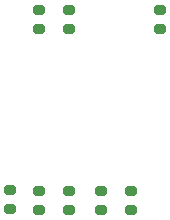
<source format=gbr>
%TF.GenerationSoftware,KiCad,Pcbnew,8.0.6*%
%TF.CreationDate,2024-11-25T15:37:35+03:30*%
%TF.ProjectId,AlarmClock,416c6172-6d43-46c6-9f63-6b2e6b696361,rev?*%
%TF.SameCoordinates,Original*%
%TF.FileFunction,Paste,Bot*%
%TF.FilePolarity,Positive*%
%FSLAX46Y46*%
G04 Gerber Fmt 4.6, Leading zero omitted, Abs format (unit mm)*
G04 Created by KiCad (PCBNEW 8.0.6) date 2024-11-25 15:37:35*
%MOMM*%
%LPD*%
G01*
G04 APERTURE LIST*
G04 Aperture macros list*
%AMRoundRect*
0 Rectangle with rounded corners*
0 $1 Rounding radius*
0 $2 $3 $4 $5 $6 $7 $8 $9 X,Y pos of 4 corners*
0 Add a 4 corners polygon primitive as box body*
4,1,4,$2,$3,$4,$5,$6,$7,$8,$9,$2,$3,0*
0 Add four circle primitives for the rounded corners*
1,1,$1+$1,$2,$3*
1,1,$1+$1,$4,$5*
1,1,$1+$1,$6,$7*
1,1,$1+$1,$8,$9*
0 Add four rect primitives between the rounded corners*
20,1,$1+$1,$2,$3,$4,$5,0*
20,1,$1+$1,$4,$5,$6,$7,0*
20,1,$1+$1,$6,$7,$8,$9,0*
20,1,$1+$1,$8,$9,$2,$3,0*%
G04 Aperture macros list end*
%ADD10RoundRect,0.200000X0.275000X-0.200000X0.275000X0.200000X-0.275000X0.200000X-0.275000X-0.200000X0*%
G04 APERTURE END LIST*
D10*
%TO.C,R10*%
X110500000Y-86575000D03*
X110500000Y-84925000D03*
%TD*%
%TO.C,R16*%
X118250000Y-100250000D03*
X118250000Y-101900000D03*
%TD*%
%TO.C,R13*%
X110500000Y-101900000D03*
X110500000Y-100250000D03*
%TD*%
%TO.C,R15*%
X113000000Y-86575000D03*
X113000000Y-84925000D03*
%TD*%
%TO.C,R12*%
X115750000Y-100250000D03*
X115750000Y-101900000D03*
%TD*%
%TO.C,R11*%
X120750000Y-86575000D03*
X120750000Y-84925000D03*
%TD*%
%TO.C,R17*%
X113030000Y-101900000D03*
X113030000Y-100250000D03*
%TD*%
%TO.C,R14*%
X108000000Y-101825000D03*
X108000000Y-100175000D03*
%TD*%
M02*

</source>
